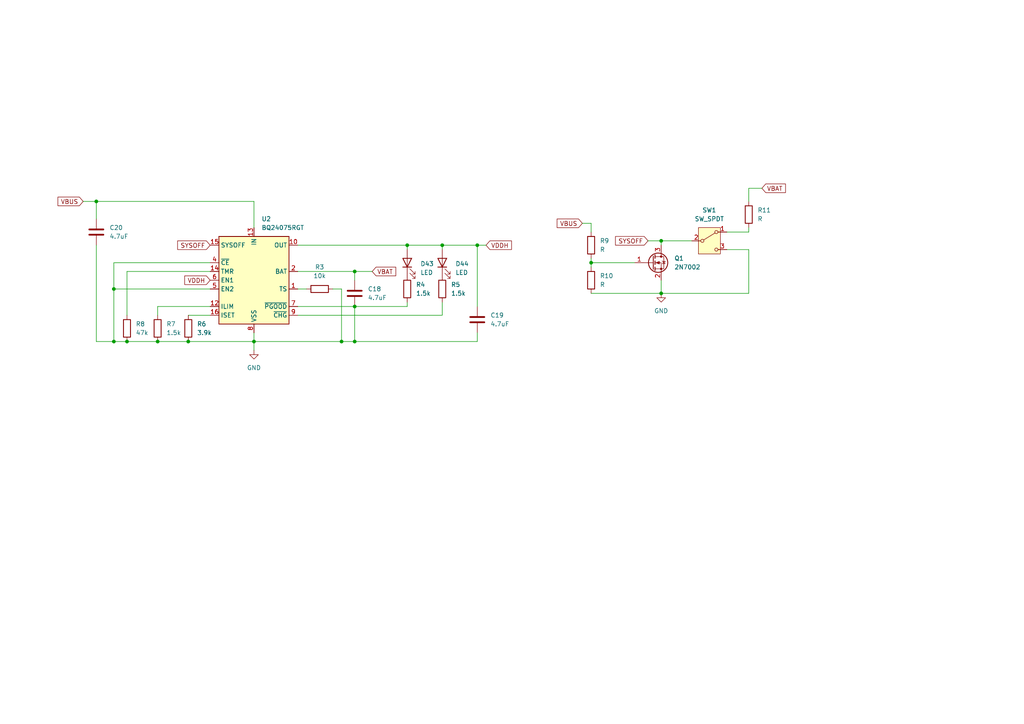
<source format=kicad_sch>
(kicad_sch (version 20230121) (generator eeschema)
  (paper "A4")
  (title_block (title "Power/Charging Circuit") (date "2024-02-08") (rev "0"))
  (lib_symbols
    (symbol "Battery_Management:BQ24075RGT"
      (property "Reference" "U" (at -8.89 13.97 0))
      (property "Value" "BQ24075RGT" (at 16.51 13.97 0))
      (symbol "BQ24075RGT_0_1"
        (rectangle (start -10.16 12.7) (end 10.16 -12.7) (stroke (width 0.254)) (fill (type background)))
      )
      (symbol "BQ24075RGT_1_1"
        (pin passive line (at 12.7 -2.54 180) (length 2.54) (name "TS") (number "1"))
        (pin power_out line (at 12.7 10.16 180) (length 2.54) (name "OUT") (number "10"))
        (pin passive line (at 12.7 10.16 180) (length 2.54) hide (name "OUT") (number "11"))
        (pin passive line (at -12.7 -7.62 0) (length 2.54) (name "ILIM") (number "12"))
        (pin power_in line (at 0 15.24 270) (length 2.54) (name "IN") (number "13"))
        (pin input line (at -12.7 2.54 0) (length 2.54) (name "TMR") (number "14"))
        (pin input line (at -12.7 10.16 0) (length 2.54) (name "SYSOFF") (number "15"))
        (pin passive line (at -12.7 -10.16 0) (length 2.54) (name "ISET") (number "16"))
        (pin passive line (at 0 -15.24 90) (length 2.54) hide (name "VSS") (number "17"))
        (pin power_out line (at 12.7 2.54 180) (length 2.54) (name "BAT") (number "2"))
        (pin passive line (at 12.7 2.54 180) (length 2.54) hide (name "BAT") (number "3"))
        (pin input line (at -12.7 5.08 0) (length 2.54) (name "~{CE}") (number "4"))
        (pin input line (at -12.7 -2.54 0) (length 2.54) (name "EN2") (number "5"))
        (pin input line (at -12.7 0 0) (length 2.54) (name "EN1") (number "6"))
        (pin open_collector line (at 12.7 -7.62 180) (length 2.54) (name "~{PGOOD}") (number "7"))
        (pin power_in line (at 0 -15.24 90) (length 2.54) (name "VSS") (number "8"))
        (pin open_collector line (at 12.7 -10.16 180) (length 2.54) (name "~{CHG}") (number "9"))
      )
    )
    (symbol "Device:C" (pin_numbers hide) (pin_names (offset 0.254))
      (property "Reference" "C" (at 0.635 2.54 0))
      (property "Value" "C" (at 0.635 -2.54 0))
      (symbol "C_0_1"
        (polyline (pts (xy -2.032 -0.762) (xy 2.032 -0.762)) (stroke (width 0.508)))
        (polyline (pts (xy -2.032 0.762) (xy 2.032 0.762)) (stroke (width 0.508)))
      )
      (symbol "C_1_1"
        (pin passive line (at 0 3.81 270) (length 2.794) (name "~") (number "1"))
        (pin passive line (at 0 -3.81 90) (length 2.794) (name "~") (number "2"))
      )
    )
    (symbol "Device:LED" (pin_numbers hide) (pin_names (offset 1.016) hide)
      (property "Reference" "D" (at 0 2.54 0))
      (property "Value" "LED" (at 0 -2.54 0))
      (symbol "LED_0_1"
        (polyline (pts (xy -1.27 -1.27) (xy -1.27 1.27)) (stroke (width 0.254)))
        (polyline (pts (xy -1.27 0) (xy 1.27 0)))
        (polyline (pts (xy 1.27 -1.27) (xy 1.27 1.27) (xy -1.27 0) (xy 1.27 -1.27)) (stroke (width 0.254)))
        (polyline (pts (xy -3.048 -0.762) (xy -4.572 -2.286) (xy -3.81 -2.286) (xy -4.572 -2.286) (xy -4.572 -1.524)))
        (polyline (pts (xy -1.778 -0.762) (xy -3.302 -2.286) (xy -2.54 -2.286) (xy -3.302 -2.286) (xy -3.302 -1.524)))
      )
      (symbol "LED_1_1"
        (pin passive line (at -3.81 0 0) (length 2.54) (name "K") (number "1"))
        (pin passive line (at 3.81 0 180) (length 2.54) (name "A") (number "2"))
      )
    )
    (symbol "Device:R" (pin_numbers hide) (pin_names (offset 0))
      (property "Reference" "R" (at 2.032 0 90))
      (property "Value" "R" (at 0 0 90))
      (symbol "R_0_1"
        (rectangle (start -1.016 -2.54) (end 1.016 2.54) (stroke (width 0.254)))
      )
      (symbol "R_1_1"
        (pin passive line (at 0 3.81 270) (length 1.27) (name "~") (number "1"))
        (pin passive line (at 0 -3.81 90) (length 1.27) (name "~") (number "2"))
      )
    )
    (symbol "Switch:SW_SPDT" (pin_names (offset 0) hide)
      (property "Reference" "SW" (at 0 5.08 0))
      (property "Value" "SW_SPDT" (at 0 -5.08 0))
      (symbol "SW_SPDT_0_1"
        (circle (center -2.032 0) (radius 0.4572))
        (polyline (pts (xy -1.651 0.254) (xy 1.651 2.286)))
        (circle (center 2.032 -2.54) (radius 0.4572))
        (circle (center 2.032 2.54) (radius 0.4572))
      )
      (symbol "SW_SPDT_1_1"
        (rectangle (start -3.175 3.81) (end 3.175 -3.81) (fill (type background)))
        (pin passive line (at 5.08 2.54 180) (length 2.54) (name "A") (number "1"))
        (pin passive line (at -5.08 0 0) (length 2.54) (name "B") (number "2"))
        (pin passive line (at 5.08 -2.54 180) (length 2.54) (name "C") (number "3"))
      )
    )
    (symbol "Transistor_FET:2N7002" (pin_names hide)
      (property "Reference" "Q" (at 5.08 1.905 0))
      (property "Value" "2N7002" (at 5.08 0 0))
      (symbol "2N7002_0_1"
        (polyline (pts (xy 0.254 0) (xy -2.54 0)))
        (polyline (pts (xy 0.254 1.905) (xy 0.254 -1.905)) (stroke (width 0.254)))
        (polyline (pts (xy 0.762 -1.27) (xy 0.762 -2.286)) (stroke (width 0.254)))
        (polyline (pts (xy 0.762 0.508) (xy 0.762 -0.508)) (stroke (width 0.254)))
        (polyline (pts (xy 0.762 2.286) (xy 0.762 1.27)) (stroke (width 0.254)))
        (polyline (pts (xy 2.54 2.54) (xy 2.54 1.778)))
        (polyline (pts (xy 2.54 -2.54) (xy 2.54 0) (xy 0.762 0)))
        (polyline (pts (xy 0.762 -1.778) (xy 3.302 -1.778) (xy 3.302 1.778) (xy 0.762 1.778)))
        (polyline (pts (xy 1.016 0) (xy 2.032 0.381) (xy 2.032 -0.381) (xy 1.016 0)) (fill (type outline)))
        (polyline (pts (xy 2.794 0.508) (xy 2.921 0.381) (xy 3.683 0.381) (xy 3.81 0.254)))
        (polyline (pts (xy 3.302 0.381) (xy 2.921 -0.254) (xy 3.683 -0.254) (xy 3.302 0.381)))
        (circle (center 1.651 0) (radius 2.794) (stroke (width 0.254)))
        (circle (center 2.54 -1.778) (radius 0.254) (fill (type outline)))
        (circle (center 2.54 1.778) (radius 0.254) (fill (type outline)))
      )
      (symbol "2N7002_1_1"
        (pin input line (at -5.08 0 0) (length 2.54) (name "G") (number "1"))
        (pin passive line (at 2.54 -5.08 90) (length 2.54) (name "S") (number "2"))
        (pin passive line (at 2.54 5.08 270) (length 2.54) (name "D") (number "3"))
      )
    )
    (symbol "power:GND" (power) (pin_names (offset 0))
      (property "Value" "GND" (at 0 -3.81 0))
      (symbol "GND_0_1"
        (polyline (pts (xy 0 0) (xy 0 -1.27) (xy 1.27 -1.27) (xy 0 -2.54) (xy -1.27 -1.27) (xy 0 -1.27)))
      )
      (symbol "GND_1_1"
        (pin power_in line (at 0 0 270) (length 0) hide (name "GND") (number "1"))
      )
    )
  )
  (junction (at 171.45 76.2))
  (junction (at 102.87 99.06))
  (junction (at 54.61 99.06))
  (junction (at 27.94 58.42))
  (junction (at 102.87 88.9))
  (junction (at 138.43 71.12))
  (junction (at 99.06 99.06))
  (junction (at 36.83 99.06))
  (junction (at 128.27 71.12))
  (junction (at 33.02 99.06))
  (junction (at 191.77 85.09))
  (junction (at 191.77 69.85))
  (junction (at 102.87 78.74))
  (junction (at 45.72 99.06))
  (junction (at 33.02 83.82))
  (junction (at 73.66 99.06))
  (junction (at 118.11 71.12))
  (wire (pts (xy 217.17 85.09) (xy 191.77 85.09)))
  (wire (pts (xy 33.02 99.06) (xy 36.83 99.06)))
  (wire (pts (xy 96.52 83.82) (xy 99.06 83.82)))
  (wire (pts (xy 191.77 69.85) (xy 200.66 69.85)))
  (wire (pts (xy 36.83 78.74) (xy 36.83 91.44)))
  (wire (pts (xy 33.02 76.2) (xy 33.02 83.82)))
  (wire (pts (xy 210.82 72.39) (xy 217.17 72.39)))
  (wire (pts (xy 86.36 91.44) (xy 128.27 91.44)))
  (wire (pts (xy 210.82 67.31) (xy 217.17 67.31)))
  (wire (pts (xy 54.61 91.44) (xy 60.96 91.44)))
  (wire (pts (xy 73.66 99.06) (xy 73.66 101.6)))
  (wire (pts (xy 138.43 71.12) (xy 138.43 88.9)))
  (wire (pts (xy 102.87 78.74) (xy 102.87 81.28)))
  (wire (pts (xy 45.72 99.06) (xy 54.61 99.06)))
  (wire (pts (xy 171.45 76.2) (xy 184.15 76.2)))
  (wire (pts (xy 191.77 85.09) (xy 191.77 81.28)))
  (wire (pts (xy 86.36 88.9) (xy 102.87 88.9)))
  (wire (pts (xy 27.94 99.06) (xy 33.02 99.06)))
  (wire (pts (xy 128.27 71.12) (xy 128.27 72.39)))
  (wire (pts (xy 24.13 58.42) (xy 27.94 58.42)))
  (wire (pts (xy 107.95 78.74) (xy 102.87 78.74)))
  (wire (pts (xy 99.06 83.82) (xy 99.06 99.06)))
  (wire (pts (xy 27.94 58.42) (xy 27.94 63.5)))
  (wire (pts (xy 27.94 58.42) (xy 73.66 58.42)))
  (wire (pts (xy 128.27 91.44) (xy 128.27 87.63)))
  (wire (pts (xy 187.96 69.85) (xy 191.77 69.85)))
  (wire (pts (xy 191.77 69.85) (xy 191.77 71.12)))
  (wire (pts (xy 118.11 71.12) (xy 118.11 72.39)))
  (wire (pts (xy 33.02 83.82) (xy 33.02 99.06)))
  (wire (pts (xy 54.61 99.06) (xy 73.66 99.06)))
  (wire (pts (xy 60.96 76.2) (xy 33.02 76.2)))
  (wire (pts (xy 73.66 58.42) (xy 73.66 66.04)))
  (wire (pts (xy 171.45 85.09) (xy 191.77 85.09)))
  (wire (pts (xy 99.06 99.06) (xy 102.87 99.06)))
  (wire (pts (xy 102.87 88.9) (xy 118.11 88.9)))
  (wire (pts (xy 138.43 99.06) (xy 138.43 96.52)))
  (wire (pts (xy 27.94 71.12) (xy 27.94 99.06)))
  (wire (pts (xy 60.96 78.74) (xy 36.83 78.74)))
  (wire (pts (xy 86.36 83.82) (xy 88.9 83.82)))
  (wire (pts (xy 45.72 88.9) (xy 45.72 91.44)))
  (wire (pts (xy 102.87 99.06) (xy 138.43 99.06)))
  (wire (pts (xy 118.11 71.12) (xy 86.36 71.12)))
  (wire (pts (xy 118.11 88.9) (xy 118.11 87.63)))
  (wire (pts (xy 128.27 71.12) (xy 118.11 71.12)))
  (wire (pts (xy 102.87 88.9) (xy 102.87 99.06)))
  (wire (pts (xy 102.87 78.74) (xy 86.36 78.74)))
  (wire (pts (xy 171.45 74.93) (xy 171.45 76.2)))
  (wire (pts (xy 217.17 67.31) (xy 217.17 66.04)))
  (wire (pts (xy 36.83 99.06) (xy 45.72 99.06)))
  (wire (pts (xy 138.43 71.12) (xy 128.27 71.12)))
  (wire (pts (xy 168.91 64.77) (xy 171.45 64.77)))
  (wire (pts (xy 217.17 54.61) (xy 220.98 54.61)))
  (wire (pts (xy 33.02 83.82) (xy 60.96 83.82)))
  (wire (pts (xy 217.17 58.42) (xy 217.17 54.61)))
  (wire (pts (xy 171.45 76.2) (xy 171.45 77.47)))
  (wire (pts (xy 171.45 64.77) (xy 171.45 67.31)))
  (wire (pts (xy 217.17 72.39) (xy 217.17 85.09)))
  (wire (pts (xy 73.66 96.52) (xy 73.66 99.06)))
  (wire (pts (xy 140.97 71.12) (xy 138.43 71.12)))
  (wire (pts (xy 73.66 99.06) (xy 99.06 99.06)))
  (wire (pts (xy 60.96 88.9) (xy 45.72 88.9)))
  (global_label "SYSOFF" (shape input) (at 60.96 71.12 180) (property "Intersheetrefs" "${INTERSHEET_REFS}" (effects hide)))
  (global_label "VBAT" (shape input) (at 107.95 78.74 0) (property "Intersheetrefs" "${INTERSHEET_REFS}" (effects hide)))
  (global_label "SYSOFF" (shape input) (at 187.96 69.85 180) (property "Intersheetrefs" "${INTERSHEET_REFS}" (effects hide)))
  (global_label "VDDH" (shape input) (at 140.97 71.12 0) (property "Intersheetrefs" "${INTERSHEET_REFS}" (effects hide)))
  (global_label "VBUS" (shape input) (at 24.13 58.42 180) (property "Intersheetrefs" "${INTERSHEET_REFS}" (effects hide)))
  (global_label "VBAT" (shape input) (at 220.98 54.61 0) (property "Intersheetrefs" "${INTERSHEET_REFS}" (effects hide)))
  (global_label "VDDH" (shape input) (at 60.96 81.28 180) (property "Intersheetrefs" "${INTERSHEET_REFS}" (effects hide)))
  (global_label "VBUS" (shape input) (at 168.91 64.77 180) (property "Intersheetrefs" "${INTERSHEET_REFS}" (effects hide)))
  (symbol (lib_id "Device:R") (at 54.61 95.25 180) (unit 1)
    (property "Reference" "R6" (at 57.15 93.98 0) (effects (justify right)))
    (property "Value" "3.9k" (at 57.15 96.52 0) (effects (justify right)))
  )
  (symbol (lib_id "Device:R") (at 36.83 95.25 180) (unit 1)
    (property "Reference" "R8" (at 39.37 93.98 0) (effects (justify right)))
    (property "Value" "47k" (at 39.37 96.52 0) (effects (justify right)))
  )
  (symbol (lib_id "Device:R") (at 45.72 95.25 180) (unit 1)
    (property "Reference" "R7" (at 48.26 93.98 0) (effects (justify right)))
    (property "Value" "1.5k" (at 48.26 96.52 0) (effects (justify right)))
  )
  (symbol (lib_id "Device:LED") (at 128.27 76.2 90) (unit 1)
    (property "Reference" "D44" (at 132.08 76.5175 90) (effects (justify right)))
    (property "Value" "LED" (at 132.08 79.0575 90) (effects (justify right)))
  )
  (symbol (lib_id "Device:R") (at 171.45 71.12 180) (unit 1)
    (property "Reference" "R9" (at 173.99 69.85 0) (effects (justify right)))
    (property "Value" "R" (at 173.99 72.39 0) (effects (justify right)))
  )
  (symbol (lib_id "Switch:SW_SPDT") (at 205.74 69.85 0) (unit 1)
    (property "Reference" "SW1" (at 205.74 60.96 0))
    (property "Value" "SW_SPDT" (at 205.74 63.5 0))
  )
  (symbol (lib_id "power:GND") (at 73.66 101.6 0) (unit 1)
    (property "Reference" "#PWR02" (effects hide))
    (property "Value" "GND" (at 73.66 106.68 0))
  )
  (symbol (lib_id "Battery_Management:BQ24075RGT") (at 73.66 81.28 0) (unit 1)
    (property "Reference" "U2" (at 75.8541 63.5 0) (effects (justify left)))
    (property "Value" "BQ24075RGT" (at 75.8541 66.04 0) (effects (justify left)))
    (property "Footprint" "Package_DFN_QFN:VQFN-16-1EP_3x3mm_P0.5mm_EP1.6x1.6mm" (effects hide))
    (property "Datasheet" "http://www.ti.com/lit/ds/symlink/bq24075.pdf" (effects hide))
  )
  (symbol (lib_id "Device:R") (at 217.17 62.23 180) (unit 1)
    (property "Reference" "R11" (at 219.71 60.96 0) (effects (justify right)))
    (property "Value" "R" (at 219.71 63.5 0) (effects (justify right)))
  )
  (symbol (lib_id "Device:R") (at 92.71 83.82 90) (unit 1)
    (property "Reference" "R3" (at 92.71 77.47 90))
    (property "Value" "10k" (at 92.71 80.01 90))
  )
  (symbol (lib_id "Device:C") (at 27.94 67.31 0) (unit 1)
    (property "Reference" "C20" (at 31.75 66.04 0) (effects (justify left)))
    (property "Value" "4.7uF" (at 31.75 68.58 0) (effects (justify left)))
  )
  (symbol (lib_id "Device:R") (at 171.45 81.28 180) (unit 1)
    (property "Reference" "R10" (at 173.99 80.01 0) (effects (justify right)))
    (property "Value" "R" (at 173.99 82.55 0) (effects (justify right)))
  )
  (symbol (lib_id "power:GND") (at 191.77 85.09 0) (unit 1)
    (property "Reference" "#PWR017" (effects hide))
    (property "Value" "GND" (at 191.77 90.17 0))
  )
  (symbol (lib_id "Device:LED") (at 118.11 76.2 90) (unit 1)
    (property "Reference" "D43" (at 121.92 76.5175 90) (effects (justify right)))
    (property "Value" "LED" (at 121.92 79.0575 90) (effects (justify right)))
  )
  (symbol (lib_id "Device:R") (at 118.11 83.82 180) (unit 1)
    (property "Reference" "R4" (at 120.65 82.55 0) (effects (justify right)))
    (property "Value" "1.5k" (at 120.65 85.09 0) (effects (justify right)))
  )
  (symbol (lib_id "Device:C") (at 102.87 85.09 0) (unit 1)
    (property "Reference" "C18" (at 106.68 83.82 0) (effects (justify left)))
    (property "Value" "4.7uF" (at 106.68 86.36 0) (effects (justify left)))
  )
  (symbol (lib_id "Device:R") (at 128.27 83.82 180) (unit 1)
    (property "Reference" "R5" (at 130.81 82.55 0) (effects (justify right)))
    (property "Value" "1.5k" (at 130.81 85.09 0) (effects (justify right)))
  )
  (symbol (lib_id "Device:C") (at 138.43 92.71 0) (unit 1)
    (property "Reference" "C19" (at 142.24 91.44 0) (effects (justify left)))
    (property "Value" "4.7uF" (at 142.24 93.98 0) (effects (justify left)))
  )
  (symbol (lib_id "Transistor_FET:2N7002") (at 189.23 76.2 0) (unit 1)
    (property "Reference" "Q1" (at 195.58 74.93 0) (effects (justify left)))
    (property "Value" "2N7002" (at 195.58 77.47 0) (effects (justify left)))
    (property "Footprint" "Package_TO_SOT_SMD:SOT-23" (effects hide))
    (property "Datasheet" "https://www.onsemi.com/pub/Collateral/NDS7002A-D.PDF" (effects hide))
  )
)
</source>
